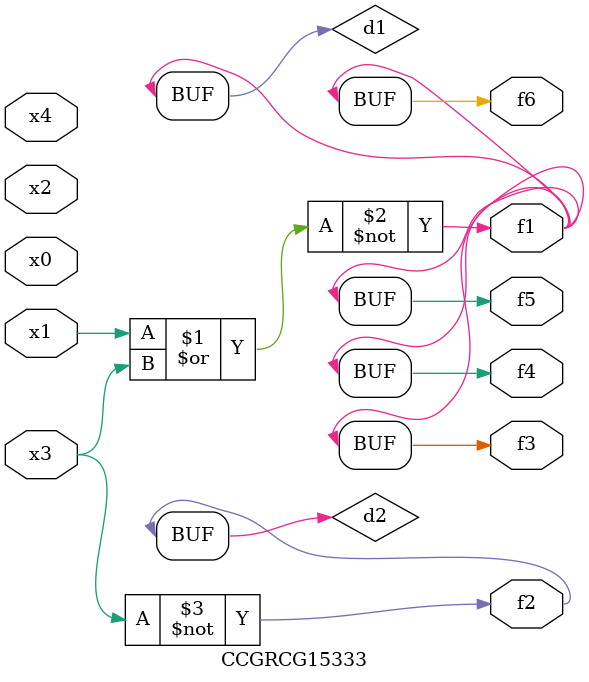
<source format=v>
module CCGRCG15333(
	input x0, x1, x2, x3, x4,
	output f1, f2, f3, f4, f5, f6
);

	wire d1, d2;

	nor (d1, x1, x3);
	not (d2, x3);
	assign f1 = d1;
	assign f2 = d2;
	assign f3 = d1;
	assign f4 = d1;
	assign f5 = d1;
	assign f6 = d1;
endmodule

</source>
